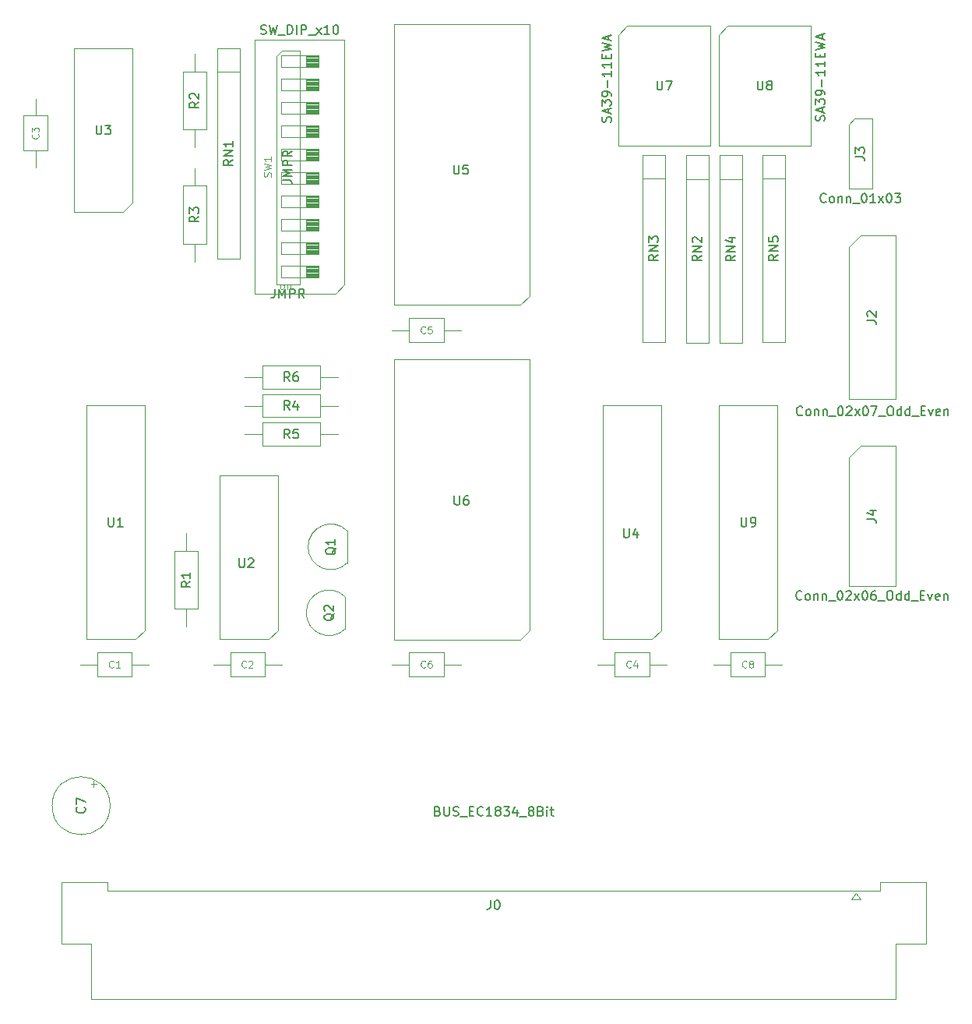
<source format=gbr>
%TF.GenerationSoftware,KiCad,Pcbnew,(5.1.12)-1*%
%TF.CreationDate,2022-05-27T21:16:08+02:00*%
%TF.ProjectId,ec1834-post,65633138-3334-42d7-906f-73742e6b6963,2b*%
%TF.SameCoordinates,Original*%
%TF.FileFunction,AssemblyDrawing,Top*%
%FSLAX46Y46*%
G04 Gerber Fmt 4.6, Leading zero omitted, Abs format (unit mm)*
G04 Created by KiCad (PCBNEW (5.1.12)-1) date 2022-05-27 21:16:08*
%MOMM*%
%LPD*%
G01*
G04 APERTURE LIST*
%ADD10C,0.100000*%
%ADD11C,0.150000*%
%ADD12C,0.114000*%
%ADD13C,0.120000*%
G04 APERTURE END LIST*
D10*
%TO.C,JMPR*%
X94107000Y-57354000D02*
X96012000Y-57354000D01*
X96012000Y-57354000D02*
X96012000Y-82754000D01*
X96012000Y-82754000D02*
X93472000Y-82754000D01*
X93472000Y-82754000D02*
X93472000Y-57989000D01*
X93472000Y-57989000D02*
X94107000Y-57354000D01*
%TO.C,U4*%
X135318500Y-120348500D02*
X134318500Y-121348500D01*
X135318500Y-95948500D02*
X135318500Y-120348500D01*
X128968500Y-95948500D02*
X135318500Y-95948500D01*
X128968500Y-121348500D02*
X128968500Y-95948500D01*
X134318500Y-121348500D02*
X128968500Y-121348500D01*
%TO.C,RN5*%
X148824000Y-68712400D02*
X146324000Y-68712400D01*
X146324000Y-68712400D02*
X146324000Y-89072400D01*
X146324000Y-89072400D02*
X148824000Y-89072400D01*
X148824000Y-89072400D02*
X148824000Y-68712400D01*
X148824000Y-71272400D02*
X146324000Y-71272400D01*
%TO.C,RN4*%
X144150400Y-68763200D02*
X141650400Y-68763200D01*
X141650400Y-68763200D02*
X141650400Y-89123200D01*
X141650400Y-89123200D02*
X144150400Y-89123200D01*
X144150400Y-89123200D02*
X144150400Y-68763200D01*
X144150400Y-71323200D02*
X141650400Y-71323200D01*
%TO.C,RN3*%
X135768400Y-68712400D02*
X133268400Y-68712400D01*
X133268400Y-68712400D02*
X133268400Y-89072400D01*
X133268400Y-89072400D02*
X135768400Y-89072400D01*
X135768400Y-89072400D02*
X135768400Y-68712400D01*
X135768400Y-71272400D02*
X133268400Y-71272400D01*
%TO.C,RN2*%
X140492800Y-68763200D02*
X137992800Y-68763200D01*
X137992800Y-68763200D02*
X137992800Y-89123200D01*
X137992800Y-89123200D02*
X140492800Y-89123200D01*
X140492800Y-89123200D02*
X140492800Y-68763200D01*
X140492800Y-71323200D02*
X137992800Y-71323200D01*
%TO.C,RN1*%
X89545480Y-57114760D02*
X87045480Y-57114760D01*
X87045480Y-57114760D02*
X87045480Y-80014760D01*
X87045480Y-80014760D02*
X89545480Y-80014760D01*
X89545480Y-80014760D02*
X89545480Y-57114760D01*
X89545480Y-59674760D02*
X87045480Y-59674760D01*
%TO.C,R6*%
X91947600Y-91612400D02*
X91947600Y-94112400D01*
X91947600Y-94112400D02*
X98247600Y-94112400D01*
X98247600Y-94112400D02*
X98247600Y-91612400D01*
X98247600Y-91612400D02*
X91947600Y-91612400D01*
X90017600Y-92862400D02*
X91947600Y-92862400D01*
X100177600Y-92862400D02*
X98247600Y-92862400D01*
%TO.C,R5*%
X98247600Y-100310000D02*
X98247600Y-97810000D01*
X98247600Y-97810000D02*
X91947600Y-97810000D01*
X91947600Y-97810000D02*
X91947600Y-100310000D01*
X91947600Y-100310000D02*
X98247600Y-100310000D01*
X100177600Y-99060000D02*
X98247600Y-99060000D01*
X90017600Y-99060000D02*
X91947600Y-99060000D01*
%TO.C,R4*%
X98247600Y-97211200D02*
X98247600Y-94711200D01*
X98247600Y-94711200D02*
X91947600Y-94711200D01*
X91947600Y-94711200D02*
X91947600Y-97211200D01*
X91947600Y-97211200D02*
X98247600Y-97211200D01*
X100177600Y-95961200D02*
X98247600Y-95961200D01*
X90017600Y-95961200D02*
X91947600Y-95961200D01*
%TO.C,R3*%
X83357400Y-78374640D02*
X85857400Y-78374640D01*
X85857400Y-78374640D02*
X85857400Y-72074640D01*
X85857400Y-72074640D02*
X83357400Y-72074640D01*
X83357400Y-72074640D02*
X83357400Y-78374640D01*
X84607400Y-80304640D02*
X84607400Y-78374640D01*
X84607400Y-70144640D02*
X84607400Y-72074640D01*
%TO.C,R2*%
X83357400Y-65974360D02*
X85857400Y-65974360D01*
X85857400Y-65974360D02*
X85857400Y-59674360D01*
X85857400Y-59674360D02*
X83357400Y-59674360D01*
X83357400Y-59674360D02*
X83357400Y-65974360D01*
X84607400Y-67904360D02*
X84607400Y-65974360D01*
X84607400Y-57744360D02*
X84607400Y-59674360D01*
%TO.C,R1*%
X84932840Y-111739280D02*
X82432840Y-111739280D01*
X82432840Y-111739280D02*
X82432840Y-118039280D01*
X82432840Y-118039280D02*
X84932840Y-118039280D01*
X84932840Y-118039280D02*
X84932840Y-111739280D01*
X83682840Y-109809280D02*
X83682840Y-111739280D01*
X83682840Y-119969280D02*
X83682840Y-118039280D01*
%TO.C,Q2*%
X100966025Y-120219225D02*
G75*
G02*
X96732400Y-118465600I-1753625J1753625D01*
G01*
X100966025Y-116711975D02*
G75*
G03*
X96732400Y-118465600I-1753625J-1753625D01*
G01*
X100962400Y-120235600D02*
X100962400Y-116735600D01*
%TO.C,Q1*%
X101169225Y-113056425D02*
G75*
G02*
X96935600Y-111302800I-1753625J1753625D01*
G01*
X101169225Y-109549175D02*
G75*
G03*
X96935600Y-111302800I-1753625J-1753625D01*
G01*
X101165600Y-113072800D02*
X101165600Y-109572800D01*
%TO.C,J0*%
X160844000Y-160441000D02*
X160844000Y-154441000D01*
X160844000Y-154441000D02*
X164094000Y-154441000D01*
X164094000Y-154441000D02*
X164094000Y-147701000D01*
X164094000Y-147701000D02*
X159094000Y-147701000D01*
X159094000Y-147701000D02*
X159094000Y-148701000D01*
X159094000Y-148701000D02*
X75094000Y-148701000D01*
X75094000Y-148701000D02*
X75094000Y-147701000D01*
X75094000Y-147701000D02*
X70094000Y-147701000D01*
X70094000Y-147701000D02*
X70094000Y-154441000D01*
X70094000Y-154441000D02*
X73344000Y-154441000D01*
X73344000Y-154441000D02*
X73344000Y-160441000D01*
X73344000Y-160441000D02*
X160844000Y-160441000D01*
X156464000Y-148901000D02*
X156964000Y-149601000D01*
X156964000Y-149601000D02*
X155964000Y-149601000D01*
X155964000Y-149601000D02*
X156464000Y-148901000D01*
%TO.C,U3*%
X76851000Y-74930000D02*
X71501000Y-74930000D01*
X71501000Y-74930000D02*
X71501000Y-57150000D01*
X71501000Y-57150000D02*
X77851000Y-57150000D01*
X77851000Y-57150000D02*
X77851000Y-73930000D01*
X77851000Y-73930000D02*
X76851000Y-74930000D01*
%TO.C,U5*%
X121030000Y-84026500D02*
X120030000Y-85026500D01*
X121030000Y-54546500D02*
X121030000Y-84026500D01*
X106300000Y-54546500D02*
X121030000Y-54546500D01*
X106300000Y-85026500D02*
X106300000Y-54546500D01*
X120030000Y-85026500D02*
X106300000Y-85026500D01*
%TO.C,C4*%
X130247000Y-122779000D02*
X130247000Y-125379000D01*
X130247000Y-125379000D02*
X134047000Y-125379000D01*
X134047000Y-125379000D02*
X134047000Y-122779000D01*
X134047000Y-122779000D02*
X130247000Y-122779000D01*
X128397000Y-124079000D02*
X130247000Y-124079000D01*
X135897000Y-124079000D02*
X134047000Y-124079000D01*
%TO.C,U9*%
X147960000Y-120348500D02*
X146960000Y-121348500D01*
X147960000Y-95948500D02*
X147960000Y-120348500D01*
X141610000Y-95948500D02*
X147960000Y-95948500D01*
X141610000Y-121348500D02*
X141610000Y-95948500D01*
X146960000Y-121348500D02*
X141610000Y-121348500D01*
%TO.C,C8*%
X148470000Y-124079000D02*
X146620000Y-124079000D01*
X140970000Y-124079000D02*
X142820000Y-124079000D01*
X146620000Y-122779000D02*
X142820000Y-122779000D01*
X146620000Y-125379000D02*
X146620000Y-122779000D01*
X142820000Y-125379000D02*
X146620000Y-125379000D01*
X142820000Y-122779000D02*
X142820000Y-125379000D01*
%TO.C,C7*%
X73951500Y-137047028D02*
X73321500Y-137047028D01*
X73636500Y-136732028D02*
X73636500Y-137362028D01*
X75413000Y-139426000D02*
G75*
G03*
X75413000Y-139426000I-3150000J0D01*
G01*
%TO.C,C6*%
X107895000Y-122779000D02*
X107895000Y-125379000D01*
X107895000Y-125379000D02*
X111695000Y-125379000D01*
X111695000Y-125379000D02*
X111695000Y-122779000D01*
X111695000Y-122779000D02*
X107895000Y-122779000D01*
X106045000Y-124079000D02*
X107895000Y-124079000D01*
X113545000Y-124079000D02*
X111695000Y-124079000D01*
%TO.C,C5*%
X107895000Y-86457000D02*
X107895000Y-89057000D01*
X107895000Y-89057000D02*
X111695000Y-89057000D01*
X111695000Y-89057000D02*
X111695000Y-86457000D01*
X111695000Y-86457000D02*
X107895000Y-86457000D01*
X106045000Y-87757000D02*
X107895000Y-87757000D01*
X113545000Y-87757000D02*
X111695000Y-87757000D01*
%TO.C,J4*%
X156972000Y-100330000D02*
X160782000Y-100330000D01*
X160782000Y-100330000D02*
X160782000Y-115570000D01*
X160782000Y-115570000D02*
X155702000Y-115570000D01*
X155702000Y-115570000D02*
X155702000Y-101600000D01*
X155702000Y-101600000D02*
X156972000Y-100330000D01*
%TO.C,J3*%
X156337000Y-64770000D02*
X158242000Y-64770000D01*
X158242000Y-64770000D02*
X158242000Y-72390000D01*
X158242000Y-72390000D02*
X155702000Y-72390000D01*
X155702000Y-72390000D02*
X155702000Y-65405000D01*
X155702000Y-65405000D02*
X156337000Y-64770000D01*
%TO.C,J2*%
X156972000Y-77470000D02*
X160782000Y-77470000D01*
X160782000Y-77470000D02*
X160782000Y-95250000D01*
X160782000Y-95250000D02*
X155702000Y-95250000D01*
X155702000Y-95250000D02*
X155702000Y-78740000D01*
X155702000Y-78740000D02*
X156972000Y-77470000D01*
%TO.C,U8*%
X151558000Y-54714000D02*
X151558000Y-67714000D01*
X151558000Y-67714000D02*
X141558000Y-67714000D01*
X141558000Y-67714000D02*
X141558000Y-55714000D01*
X141558000Y-55714000D02*
X142558000Y-54714000D01*
X142558000Y-54714000D02*
X151558000Y-54714000D01*
%TO.C,U7*%
X140636000Y-54714000D02*
X140636000Y-67714000D01*
X140636000Y-67714000D02*
X130636000Y-67714000D01*
X130636000Y-67714000D02*
X130636000Y-55714000D01*
X130636000Y-55714000D02*
X131636000Y-54714000D01*
X131636000Y-54714000D02*
X140636000Y-54714000D01*
%TO.C,U6*%
X121030000Y-120412000D02*
X120030000Y-121412000D01*
X121030000Y-90932000D02*
X121030000Y-120412000D01*
X106300000Y-90932000D02*
X121030000Y-90932000D01*
X106300000Y-121412000D02*
X106300000Y-90932000D01*
X120030000Y-121412000D02*
X106300000Y-121412000D01*
%TO.C,U2*%
X93637100Y-120348500D02*
X92637100Y-121348500D01*
X93637100Y-103568500D02*
X93637100Y-120348500D01*
X87287100Y-103568500D02*
X93637100Y-103568500D01*
X87287100Y-121348500D02*
X87287100Y-103568500D01*
X92637100Y-121348500D02*
X87287100Y-121348500D01*
%TO.C,U1*%
X79159100Y-120348500D02*
X78159100Y-121348500D01*
X79159100Y-95948500D02*
X79159100Y-120348500D01*
X72809100Y-95948500D02*
X79159100Y-95948500D01*
X72809100Y-121348500D02*
X72809100Y-95948500D01*
X78159100Y-121348500D02*
X72809100Y-121348500D01*
%TO.C,SW1*%
X96688667Y-59209000D02*
X96688667Y-57939000D01*
X98042000Y-58009000D02*
X96688667Y-58009000D01*
X98042000Y-58109000D02*
X96688667Y-58109000D01*
X98042000Y-58209000D02*
X96688667Y-58209000D01*
X98042000Y-58309000D02*
X96688667Y-58309000D01*
X98042000Y-58409000D02*
X96688667Y-58409000D01*
X98042000Y-58509000D02*
X96688667Y-58509000D01*
X98042000Y-58609000D02*
X96688667Y-58609000D01*
X98042000Y-58709000D02*
X96688667Y-58709000D01*
X98042000Y-58809000D02*
X96688667Y-58809000D01*
X98042000Y-58909000D02*
X96688667Y-58909000D01*
X98042000Y-59009000D02*
X96688667Y-59009000D01*
X98042000Y-59109000D02*
X96688667Y-59109000D01*
X93982000Y-59209000D02*
X98042000Y-59209000D01*
X93982000Y-57939000D02*
X93982000Y-59209000D01*
X98042000Y-57939000D02*
X93982000Y-57939000D01*
X98042000Y-59209000D02*
X98042000Y-57939000D01*
X96688667Y-61749000D02*
X96688667Y-60479000D01*
X98042000Y-60549000D02*
X96688667Y-60549000D01*
X98042000Y-60649000D02*
X96688667Y-60649000D01*
X98042000Y-60749000D02*
X96688667Y-60749000D01*
X98042000Y-60849000D02*
X96688667Y-60849000D01*
X98042000Y-60949000D02*
X96688667Y-60949000D01*
X98042000Y-61049000D02*
X96688667Y-61049000D01*
X98042000Y-61149000D02*
X96688667Y-61149000D01*
X98042000Y-61249000D02*
X96688667Y-61249000D01*
X98042000Y-61349000D02*
X96688667Y-61349000D01*
X98042000Y-61449000D02*
X96688667Y-61449000D01*
X98042000Y-61549000D02*
X96688667Y-61549000D01*
X98042000Y-61649000D02*
X96688667Y-61649000D01*
X93982000Y-61749000D02*
X98042000Y-61749000D01*
X93982000Y-60479000D02*
X93982000Y-61749000D01*
X98042000Y-60479000D02*
X93982000Y-60479000D01*
X98042000Y-61749000D02*
X98042000Y-60479000D01*
X96688667Y-64289000D02*
X96688667Y-63019000D01*
X98042000Y-63089000D02*
X96688667Y-63089000D01*
X98042000Y-63189000D02*
X96688667Y-63189000D01*
X98042000Y-63289000D02*
X96688667Y-63289000D01*
X98042000Y-63389000D02*
X96688667Y-63389000D01*
X98042000Y-63489000D02*
X96688667Y-63489000D01*
X98042000Y-63589000D02*
X96688667Y-63589000D01*
X98042000Y-63689000D02*
X96688667Y-63689000D01*
X98042000Y-63789000D02*
X96688667Y-63789000D01*
X98042000Y-63889000D02*
X96688667Y-63889000D01*
X98042000Y-63989000D02*
X96688667Y-63989000D01*
X98042000Y-64089000D02*
X96688667Y-64089000D01*
X98042000Y-64189000D02*
X96688667Y-64189000D01*
X93982000Y-64289000D02*
X98042000Y-64289000D01*
X93982000Y-63019000D02*
X93982000Y-64289000D01*
X98042000Y-63019000D02*
X93982000Y-63019000D01*
X98042000Y-64289000D02*
X98042000Y-63019000D01*
X96688667Y-66829000D02*
X96688667Y-65559000D01*
X98042000Y-65629000D02*
X96688667Y-65629000D01*
X98042000Y-65729000D02*
X96688667Y-65729000D01*
X98042000Y-65829000D02*
X96688667Y-65829000D01*
X98042000Y-65929000D02*
X96688667Y-65929000D01*
X98042000Y-66029000D02*
X96688667Y-66029000D01*
X98042000Y-66129000D02*
X96688667Y-66129000D01*
X98042000Y-66229000D02*
X96688667Y-66229000D01*
X98042000Y-66329000D02*
X96688667Y-66329000D01*
X98042000Y-66429000D02*
X96688667Y-66429000D01*
X98042000Y-66529000D02*
X96688667Y-66529000D01*
X98042000Y-66629000D02*
X96688667Y-66629000D01*
X98042000Y-66729000D02*
X96688667Y-66729000D01*
X93982000Y-66829000D02*
X98042000Y-66829000D01*
X93982000Y-65559000D02*
X93982000Y-66829000D01*
X98042000Y-65559000D02*
X93982000Y-65559000D01*
X98042000Y-66829000D02*
X98042000Y-65559000D01*
X96688667Y-69369000D02*
X96688667Y-68099000D01*
X98042000Y-68169000D02*
X96688667Y-68169000D01*
X98042000Y-68269000D02*
X96688667Y-68269000D01*
X98042000Y-68369000D02*
X96688667Y-68369000D01*
X98042000Y-68469000D02*
X96688667Y-68469000D01*
X98042000Y-68569000D02*
X96688667Y-68569000D01*
X98042000Y-68669000D02*
X96688667Y-68669000D01*
X98042000Y-68769000D02*
X96688667Y-68769000D01*
X98042000Y-68869000D02*
X96688667Y-68869000D01*
X98042000Y-68969000D02*
X96688667Y-68969000D01*
X98042000Y-69069000D02*
X96688667Y-69069000D01*
X98042000Y-69169000D02*
X96688667Y-69169000D01*
X98042000Y-69269000D02*
X96688667Y-69269000D01*
X93982000Y-69369000D02*
X98042000Y-69369000D01*
X93982000Y-68099000D02*
X93982000Y-69369000D01*
X98042000Y-68099000D02*
X93982000Y-68099000D01*
X98042000Y-69369000D02*
X98042000Y-68099000D01*
X96688667Y-71909000D02*
X96688667Y-70639000D01*
X98042000Y-70709000D02*
X96688667Y-70709000D01*
X98042000Y-70809000D02*
X96688667Y-70809000D01*
X98042000Y-70909000D02*
X96688667Y-70909000D01*
X98042000Y-71009000D02*
X96688667Y-71009000D01*
X98042000Y-71109000D02*
X96688667Y-71109000D01*
X98042000Y-71209000D02*
X96688667Y-71209000D01*
X98042000Y-71309000D02*
X96688667Y-71309000D01*
X98042000Y-71409000D02*
X96688667Y-71409000D01*
X98042000Y-71509000D02*
X96688667Y-71509000D01*
X98042000Y-71609000D02*
X96688667Y-71609000D01*
X98042000Y-71709000D02*
X96688667Y-71709000D01*
X98042000Y-71809000D02*
X96688667Y-71809000D01*
X93982000Y-71909000D02*
X98042000Y-71909000D01*
X93982000Y-70639000D02*
X93982000Y-71909000D01*
X98042000Y-70639000D02*
X93982000Y-70639000D01*
X98042000Y-71909000D02*
X98042000Y-70639000D01*
X96688667Y-74449000D02*
X96688667Y-73179000D01*
X98042000Y-73249000D02*
X96688667Y-73249000D01*
X98042000Y-73349000D02*
X96688667Y-73349000D01*
X98042000Y-73449000D02*
X96688667Y-73449000D01*
X98042000Y-73549000D02*
X96688667Y-73549000D01*
X98042000Y-73649000D02*
X96688667Y-73649000D01*
X98042000Y-73749000D02*
X96688667Y-73749000D01*
X98042000Y-73849000D02*
X96688667Y-73849000D01*
X98042000Y-73949000D02*
X96688667Y-73949000D01*
X98042000Y-74049000D02*
X96688667Y-74049000D01*
X98042000Y-74149000D02*
X96688667Y-74149000D01*
X98042000Y-74249000D02*
X96688667Y-74249000D01*
X98042000Y-74349000D02*
X96688667Y-74349000D01*
X93982000Y-74449000D02*
X98042000Y-74449000D01*
X93982000Y-73179000D02*
X93982000Y-74449000D01*
X98042000Y-73179000D02*
X93982000Y-73179000D01*
X98042000Y-74449000D02*
X98042000Y-73179000D01*
X96688667Y-76989000D02*
X96688667Y-75719000D01*
X98042000Y-75789000D02*
X96688667Y-75789000D01*
X98042000Y-75889000D02*
X96688667Y-75889000D01*
X98042000Y-75989000D02*
X96688667Y-75989000D01*
X98042000Y-76089000D02*
X96688667Y-76089000D01*
X98042000Y-76189000D02*
X96688667Y-76189000D01*
X98042000Y-76289000D02*
X96688667Y-76289000D01*
X98042000Y-76389000D02*
X96688667Y-76389000D01*
X98042000Y-76489000D02*
X96688667Y-76489000D01*
X98042000Y-76589000D02*
X96688667Y-76589000D01*
X98042000Y-76689000D02*
X96688667Y-76689000D01*
X98042000Y-76789000D02*
X96688667Y-76789000D01*
X98042000Y-76889000D02*
X96688667Y-76889000D01*
X93982000Y-76989000D02*
X98042000Y-76989000D01*
X93982000Y-75719000D02*
X93982000Y-76989000D01*
X98042000Y-75719000D02*
X93982000Y-75719000D01*
X98042000Y-76989000D02*
X98042000Y-75719000D01*
X96688667Y-79529000D02*
X96688667Y-78259000D01*
X98042000Y-78329000D02*
X96688667Y-78329000D01*
X98042000Y-78429000D02*
X96688667Y-78429000D01*
X98042000Y-78529000D02*
X96688667Y-78529000D01*
X98042000Y-78629000D02*
X96688667Y-78629000D01*
X98042000Y-78729000D02*
X96688667Y-78729000D01*
X98042000Y-78829000D02*
X96688667Y-78829000D01*
X98042000Y-78929000D02*
X96688667Y-78929000D01*
X98042000Y-79029000D02*
X96688667Y-79029000D01*
X98042000Y-79129000D02*
X96688667Y-79129000D01*
X98042000Y-79229000D02*
X96688667Y-79229000D01*
X98042000Y-79329000D02*
X96688667Y-79329000D01*
X98042000Y-79429000D02*
X96688667Y-79429000D01*
X93982000Y-79529000D02*
X98042000Y-79529000D01*
X93982000Y-78259000D02*
X93982000Y-79529000D01*
X98042000Y-78259000D02*
X93982000Y-78259000D01*
X98042000Y-79529000D02*
X98042000Y-78259000D01*
X96688667Y-82069000D02*
X96688667Y-80799000D01*
X98042000Y-80869000D02*
X96688667Y-80869000D01*
X98042000Y-80969000D02*
X96688667Y-80969000D01*
X98042000Y-81069000D02*
X96688667Y-81069000D01*
X98042000Y-81169000D02*
X96688667Y-81169000D01*
X98042000Y-81269000D02*
X96688667Y-81269000D01*
X98042000Y-81369000D02*
X96688667Y-81369000D01*
X98042000Y-81469000D02*
X96688667Y-81469000D01*
X98042000Y-81569000D02*
X96688667Y-81569000D01*
X98042000Y-81669000D02*
X96688667Y-81669000D01*
X98042000Y-81769000D02*
X96688667Y-81769000D01*
X98042000Y-81869000D02*
X96688667Y-81869000D01*
X98042000Y-81969000D02*
X96688667Y-81969000D01*
X93982000Y-82069000D02*
X98042000Y-82069000D01*
X93982000Y-80799000D02*
X93982000Y-82069000D01*
X98042000Y-80799000D02*
X93982000Y-80799000D01*
X98042000Y-82069000D02*
X98042000Y-80799000D01*
X100902000Y-82794000D02*
X99902000Y-83794000D01*
X100902000Y-56214000D02*
X100902000Y-82794000D01*
X91122000Y-56214000D02*
X100902000Y-56214000D01*
X91122000Y-83794000D02*
X91122000Y-56214000D01*
X99902000Y-83794000D02*
X91122000Y-83794000D01*
%TO.C,C3*%
X67310000Y-62604000D02*
X67310000Y-64454000D01*
X67310000Y-70104000D02*
X67310000Y-68254000D01*
X66010000Y-64454000D02*
X66010000Y-68254000D01*
X68610000Y-64454000D02*
X66010000Y-64454000D01*
X68610000Y-68254000D02*
X68610000Y-64454000D01*
X66010000Y-68254000D02*
X68610000Y-68254000D01*
%TO.C,C2*%
X94122100Y-124079000D02*
X92272100Y-124079000D01*
X86622100Y-124079000D02*
X88472100Y-124079000D01*
X92272100Y-122779000D02*
X88472100Y-122779000D01*
X92272100Y-125379000D02*
X92272100Y-122779000D01*
X88472100Y-125379000D02*
X92272100Y-125379000D01*
X88472100Y-122779000D02*
X88472100Y-125379000D01*
%TO.C,C1*%
X79644100Y-124079000D02*
X77794100Y-124079000D01*
X72144100Y-124079000D02*
X73994100Y-124079000D01*
X77794100Y-122779000D02*
X73994100Y-122779000D01*
X77794100Y-125379000D02*
X77794100Y-122779000D01*
X73994100Y-125379000D02*
X77794100Y-125379000D01*
X73994100Y-122779000D02*
X73994100Y-125379000D01*
%TD*%
%TO.C,JMPR*%
D11*
X93313428Y-83266380D02*
X93313428Y-83980666D01*
X93265809Y-84123523D01*
X93170571Y-84218761D01*
X93027714Y-84266380D01*
X92932476Y-84266380D01*
X93789619Y-84266380D02*
X93789619Y-83266380D01*
X94122952Y-83980666D01*
X94456285Y-83266380D01*
X94456285Y-84266380D01*
X94932476Y-84266380D02*
X94932476Y-83266380D01*
X95313428Y-83266380D01*
X95408666Y-83314000D01*
X95456285Y-83361619D01*
X95503904Y-83456857D01*
X95503904Y-83599714D01*
X95456285Y-83694952D01*
X95408666Y-83742571D01*
X95313428Y-83790190D01*
X94932476Y-83790190D01*
X96503904Y-84266380D02*
X96170571Y-83790190D01*
X95932476Y-84266380D02*
X95932476Y-83266380D01*
X96313428Y-83266380D01*
X96408666Y-83314000D01*
X96456285Y-83361619D01*
X96503904Y-83456857D01*
X96503904Y-83599714D01*
X96456285Y-83694952D01*
X96408666Y-83742571D01*
X96313428Y-83790190D01*
X95932476Y-83790190D01*
X94194380Y-71482571D02*
X94908666Y-71482571D01*
X95051523Y-71530190D01*
X95146761Y-71625428D01*
X95194380Y-71768285D01*
X95194380Y-71863523D01*
X95194380Y-71006380D02*
X94194380Y-71006380D01*
X94908666Y-70673047D01*
X94194380Y-70339714D01*
X95194380Y-70339714D01*
X95194380Y-69863523D02*
X94194380Y-69863523D01*
X94194380Y-69482571D01*
X94242000Y-69387333D01*
X94289619Y-69339714D01*
X94384857Y-69292095D01*
X94527714Y-69292095D01*
X94622952Y-69339714D01*
X94670571Y-69387333D01*
X94718190Y-69482571D01*
X94718190Y-69863523D01*
X95194380Y-68292095D02*
X94718190Y-68625428D01*
X95194380Y-68863523D02*
X94194380Y-68863523D01*
X94194380Y-68482571D01*
X94242000Y-68387333D01*
X94289619Y-68339714D01*
X94384857Y-68292095D01*
X94527714Y-68292095D01*
X94622952Y-68339714D01*
X94670571Y-68387333D01*
X94718190Y-68482571D01*
X94718190Y-68863523D01*
%TO.C,U4*%
X131254595Y-109307380D02*
X131254595Y-110116904D01*
X131302214Y-110212142D01*
X131349833Y-110259761D01*
X131445071Y-110307380D01*
X131635547Y-110307380D01*
X131730785Y-110259761D01*
X131778404Y-110212142D01*
X131826023Y-110116904D01*
X131826023Y-109307380D01*
X132730785Y-109640714D02*
X132730785Y-110307380D01*
X132492690Y-109259761D02*
X132254595Y-109974047D01*
X132873642Y-109974047D01*
%TO.C,RN5*%
X148026380Y-79582876D02*
X147550190Y-79916209D01*
X148026380Y-80154304D02*
X147026380Y-80154304D01*
X147026380Y-79773352D01*
X147074000Y-79678114D01*
X147121619Y-79630495D01*
X147216857Y-79582876D01*
X147359714Y-79582876D01*
X147454952Y-79630495D01*
X147502571Y-79678114D01*
X147550190Y-79773352D01*
X147550190Y-80154304D01*
X148026380Y-79154304D02*
X147026380Y-79154304D01*
X148026380Y-78582876D01*
X147026380Y-78582876D01*
X147026380Y-77630495D02*
X147026380Y-78106685D01*
X147502571Y-78154304D01*
X147454952Y-78106685D01*
X147407333Y-78011447D01*
X147407333Y-77773352D01*
X147454952Y-77678114D01*
X147502571Y-77630495D01*
X147597809Y-77582876D01*
X147835904Y-77582876D01*
X147931142Y-77630495D01*
X147978761Y-77678114D01*
X148026380Y-77773352D01*
X148026380Y-78011447D01*
X147978761Y-78106685D01*
X147931142Y-78154304D01*
%TO.C,RN4*%
X143352780Y-79633676D02*
X142876590Y-79967009D01*
X143352780Y-80205104D02*
X142352780Y-80205104D01*
X142352780Y-79824152D01*
X142400400Y-79728914D01*
X142448019Y-79681295D01*
X142543257Y-79633676D01*
X142686114Y-79633676D01*
X142781352Y-79681295D01*
X142828971Y-79728914D01*
X142876590Y-79824152D01*
X142876590Y-80205104D01*
X143352780Y-79205104D02*
X142352780Y-79205104D01*
X143352780Y-78633676D01*
X142352780Y-78633676D01*
X142686114Y-77728914D02*
X143352780Y-77728914D01*
X142305161Y-77967009D02*
X143019447Y-78205104D01*
X143019447Y-77586057D01*
%TO.C,RN3*%
X134970780Y-79582876D02*
X134494590Y-79916209D01*
X134970780Y-80154304D02*
X133970780Y-80154304D01*
X133970780Y-79773352D01*
X134018400Y-79678114D01*
X134066019Y-79630495D01*
X134161257Y-79582876D01*
X134304114Y-79582876D01*
X134399352Y-79630495D01*
X134446971Y-79678114D01*
X134494590Y-79773352D01*
X134494590Y-80154304D01*
X134970780Y-79154304D02*
X133970780Y-79154304D01*
X134970780Y-78582876D01*
X133970780Y-78582876D01*
X133970780Y-78201923D02*
X133970780Y-77582876D01*
X134351733Y-77916209D01*
X134351733Y-77773352D01*
X134399352Y-77678114D01*
X134446971Y-77630495D01*
X134542209Y-77582876D01*
X134780304Y-77582876D01*
X134875542Y-77630495D01*
X134923161Y-77678114D01*
X134970780Y-77773352D01*
X134970780Y-78059066D01*
X134923161Y-78154304D01*
X134875542Y-78201923D01*
%TO.C,RN2*%
X139695180Y-79633676D02*
X139218990Y-79967009D01*
X139695180Y-80205104D02*
X138695180Y-80205104D01*
X138695180Y-79824152D01*
X138742800Y-79728914D01*
X138790419Y-79681295D01*
X138885657Y-79633676D01*
X139028514Y-79633676D01*
X139123752Y-79681295D01*
X139171371Y-79728914D01*
X139218990Y-79824152D01*
X139218990Y-80205104D01*
X139695180Y-79205104D02*
X138695180Y-79205104D01*
X139695180Y-78633676D01*
X138695180Y-78633676D01*
X138790419Y-78205104D02*
X138742800Y-78157485D01*
X138695180Y-78062247D01*
X138695180Y-77824152D01*
X138742800Y-77728914D01*
X138790419Y-77681295D01*
X138885657Y-77633676D01*
X138980895Y-77633676D01*
X139123752Y-77681295D01*
X139695180Y-78252723D01*
X139695180Y-77633676D01*
%TO.C,RN1*%
X88747860Y-69255236D02*
X88271670Y-69588569D01*
X88747860Y-69826664D02*
X87747860Y-69826664D01*
X87747860Y-69445712D01*
X87795480Y-69350474D01*
X87843099Y-69302855D01*
X87938337Y-69255236D01*
X88081194Y-69255236D01*
X88176432Y-69302855D01*
X88224051Y-69350474D01*
X88271670Y-69445712D01*
X88271670Y-69826664D01*
X88747860Y-68826664D02*
X87747860Y-68826664D01*
X88747860Y-68255236D01*
X87747860Y-68255236D01*
X88747860Y-67255236D02*
X88747860Y-67826664D01*
X88747860Y-67540950D02*
X87747860Y-67540950D01*
X87890718Y-67636188D01*
X87985956Y-67731426D01*
X88033575Y-67826664D01*
%TO.C,R6*%
X94930933Y-93314780D02*
X94597600Y-92838590D01*
X94359504Y-93314780D02*
X94359504Y-92314780D01*
X94740457Y-92314780D01*
X94835695Y-92362400D01*
X94883314Y-92410019D01*
X94930933Y-92505257D01*
X94930933Y-92648114D01*
X94883314Y-92743352D01*
X94835695Y-92790971D01*
X94740457Y-92838590D01*
X94359504Y-92838590D01*
X95788076Y-92314780D02*
X95597600Y-92314780D01*
X95502361Y-92362400D01*
X95454742Y-92410019D01*
X95359504Y-92552876D01*
X95311885Y-92743352D01*
X95311885Y-93124304D01*
X95359504Y-93219542D01*
X95407123Y-93267161D01*
X95502361Y-93314780D01*
X95692838Y-93314780D01*
X95788076Y-93267161D01*
X95835695Y-93219542D01*
X95883314Y-93124304D01*
X95883314Y-92886209D01*
X95835695Y-92790971D01*
X95788076Y-92743352D01*
X95692838Y-92695733D01*
X95502361Y-92695733D01*
X95407123Y-92743352D01*
X95359504Y-92790971D01*
X95311885Y-92886209D01*
%TO.C,R5*%
X94930933Y-99512380D02*
X94597600Y-99036190D01*
X94359504Y-99512380D02*
X94359504Y-98512380D01*
X94740457Y-98512380D01*
X94835695Y-98560000D01*
X94883314Y-98607619D01*
X94930933Y-98702857D01*
X94930933Y-98845714D01*
X94883314Y-98940952D01*
X94835695Y-98988571D01*
X94740457Y-99036190D01*
X94359504Y-99036190D01*
X95835695Y-98512380D02*
X95359504Y-98512380D01*
X95311885Y-98988571D01*
X95359504Y-98940952D01*
X95454742Y-98893333D01*
X95692838Y-98893333D01*
X95788076Y-98940952D01*
X95835695Y-98988571D01*
X95883314Y-99083809D01*
X95883314Y-99321904D01*
X95835695Y-99417142D01*
X95788076Y-99464761D01*
X95692838Y-99512380D01*
X95454742Y-99512380D01*
X95359504Y-99464761D01*
X95311885Y-99417142D01*
%TO.C,R4*%
X94930933Y-96413580D02*
X94597600Y-95937390D01*
X94359504Y-96413580D02*
X94359504Y-95413580D01*
X94740457Y-95413580D01*
X94835695Y-95461200D01*
X94883314Y-95508819D01*
X94930933Y-95604057D01*
X94930933Y-95746914D01*
X94883314Y-95842152D01*
X94835695Y-95889771D01*
X94740457Y-95937390D01*
X94359504Y-95937390D01*
X95788076Y-95746914D02*
X95788076Y-96413580D01*
X95549980Y-95365961D02*
X95311885Y-96080247D01*
X95930933Y-96080247D01*
%TO.C,R3*%
X85059780Y-75391306D02*
X84583590Y-75724640D01*
X85059780Y-75962735D02*
X84059780Y-75962735D01*
X84059780Y-75581782D01*
X84107400Y-75486544D01*
X84155019Y-75438925D01*
X84250257Y-75391306D01*
X84393114Y-75391306D01*
X84488352Y-75438925D01*
X84535971Y-75486544D01*
X84583590Y-75581782D01*
X84583590Y-75962735D01*
X84059780Y-75057973D02*
X84059780Y-74438925D01*
X84440733Y-74772259D01*
X84440733Y-74629401D01*
X84488352Y-74534163D01*
X84535971Y-74486544D01*
X84631209Y-74438925D01*
X84869304Y-74438925D01*
X84964542Y-74486544D01*
X85012161Y-74534163D01*
X85059780Y-74629401D01*
X85059780Y-74915116D01*
X85012161Y-75010354D01*
X84964542Y-75057973D01*
%TO.C,R2*%
X85059780Y-62991026D02*
X84583590Y-63324360D01*
X85059780Y-63562455D02*
X84059780Y-63562455D01*
X84059780Y-63181502D01*
X84107400Y-63086264D01*
X84155019Y-63038645D01*
X84250257Y-62991026D01*
X84393114Y-62991026D01*
X84488352Y-63038645D01*
X84535971Y-63086264D01*
X84583590Y-63181502D01*
X84583590Y-63562455D01*
X84155019Y-62610074D02*
X84107400Y-62562455D01*
X84059780Y-62467217D01*
X84059780Y-62229121D01*
X84107400Y-62133883D01*
X84155019Y-62086264D01*
X84250257Y-62038645D01*
X84345495Y-62038645D01*
X84488352Y-62086264D01*
X85059780Y-62657693D01*
X85059780Y-62038645D01*
%TO.C,R1*%
X84135220Y-115055946D02*
X83659030Y-115389280D01*
X84135220Y-115627375D02*
X83135220Y-115627375D01*
X83135220Y-115246422D01*
X83182840Y-115151184D01*
X83230459Y-115103565D01*
X83325697Y-115055946D01*
X83468554Y-115055946D01*
X83563792Y-115103565D01*
X83611411Y-115151184D01*
X83659030Y-115246422D01*
X83659030Y-115627375D01*
X84135220Y-114103565D02*
X84135220Y-114674994D01*
X84135220Y-114389280D02*
X83135220Y-114389280D01*
X83278078Y-114484518D01*
X83373316Y-114579756D01*
X83420935Y-114674994D01*
%TO.C,Q2*%
X99760019Y-118560838D02*
X99712400Y-118656076D01*
X99617161Y-118751314D01*
X99474304Y-118894171D01*
X99426685Y-118989409D01*
X99426685Y-119084647D01*
X99664780Y-119037028D02*
X99617161Y-119132266D01*
X99521923Y-119227504D01*
X99331447Y-119275123D01*
X98998114Y-119275123D01*
X98807638Y-119227504D01*
X98712400Y-119132266D01*
X98664780Y-119037028D01*
X98664780Y-118846552D01*
X98712400Y-118751314D01*
X98807638Y-118656076D01*
X98998114Y-118608457D01*
X99331447Y-118608457D01*
X99521923Y-118656076D01*
X99617161Y-118751314D01*
X99664780Y-118846552D01*
X99664780Y-119037028D01*
X98760019Y-118227504D02*
X98712400Y-118179885D01*
X98664780Y-118084647D01*
X98664780Y-117846552D01*
X98712400Y-117751314D01*
X98760019Y-117703695D01*
X98855257Y-117656076D01*
X98950495Y-117656076D01*
X99093352Y-117703695D01*
X99664780Y-118275123D01*
X99664780Y-117656076D01*
%TO.C,Q1*%
X99963219Y-111398038D02*
X99915600Y-111493276D01*
X99820361Y-111588514D01*
X99677504Y-111731371D01*
X99629885Y-111826609D01*
X99629885Y-111921847D01*
X99867980Y-111874228D02*
X99820361Y-111969466D01*
X99725123Y-112064704D01*
X99534647Y-112112323D01*
X99201314Y-112112323D01*
X99010838Y-112064704D01*
X98915600Y-111969466D01*
X98867980Y-111874228D01*
X98867980Y-111683752D01*
X98915600Y-111588514D01*
X99010838Y-111493276D01*
X99201314Y-111445657D01*
X99534647Y-111445657D01*
X99725123Y-111493276D01*
X99820361Y-111588514D01*
X99867980Y-111683752D01*
X99867980Y-111874228D01*
X99867980Y-110493276D02*
X99867980Y-111064704D01*
X99867980Y-110778990D02*
X98867980Y-110778990D01*
X99010838Y-110874228D01*
X99106076Y-110969466D01*
X99153695Y-111064704D01*
%TO.C,J0*%
X111046380Y-140009571D02*
X111189238Y-140057190D01*
X111236857Y-140104809D01*
X111284476Y-140200047D01*
X111284476Y-140342904D01*
X111236857Y-140438142D01*
X111189238Y-140485761D01*
X111094000Y-140533380D01*
X110713047Y-140533380D01*
X110713047Y-139533380D01*
X111046380Y-139533380D01*
X111141619Y-139581000D01*
X111189238Y-139628619D01*
X111236857Y-139723857D01*
X111236857Y-139819095D01*
X111189238Y-139914333D01*
X111141619Y-139961952D01*
X111046380Y-140009571D01*
X110713047Y-140009571D01*
X111713047Y-139533380D02*
X111713047Y-140342904D01*
X111760666Y-140438142D01*
X111808285Y-140485761D01*
X111903523Y-140533380D01*
X112094000Y-140533380D01*
X112189238Y-140485761D01*
X112236857Y-140438142D01*
X112284476Y-140342904D01*
X112284476Y-139533380D01*
X112713047Y-140485761D02*
X112855904Y-140533380D01*
X113094000Y-140533380D01*
X113189238Y-140485761D01*
X113236857Y-140438142D01*
X113284476Y-140342904D01*
X113284476Y-140247666D01*
X113236857Y-140152428D01*
X113189238Y-140104809D01*
X113094000Y-140057190D01*
X112903523Y-140009571D01*
X112808285Y-139961952D01*
X112760666Y-139914333D01*
X112713047Y-139819095D01*
X112713047Y-139723857D01*
X112760666Y-139628619D01*
X112808285Y-139581000D01*
X112903523Y-139533380D01*
X113141619Y-139533380D01*
X113284476Y-139581000D01*
X113474952Y-140628619D02*
X114236857Y-140628619D01*
X114474952Y-140009571D02*
X114808285Y-140009571D01*
X114951142Y-140533380D02*
X114474952Y-140533380D01*
X114474952Y-139533380D01*
X114951142Y-139533380D01*
X115951142Y-140438142D02*
X115903523Y-140485761D01*
X115760666Y-140533380D01*
X115665428Y-140533380D01*
X115522571Y-140485761D01*
X115427333Y-140390523D01*
X115379714Y-140295285D01*
X115332095Y-140104809D01*
X115332095Y-139961952D01*
X115379714Y-139771476D01*
X115427333Y-139676238D01*
X115522571Y-139581000D01*
X115665428Y-139533380D01*
X115760666Y-139533380D01*
X115903523Y-139581000D01*
X115951142Y-139628619D01*
X116903523Y-140533380D02*
X116332095Y-140533380D01*
X116617809Y-140533380D02*
X116617809Y-139533380D01*
X116522571Y-139676238D01*
X116427333Y-139771476D01*
X116332095Y-139819095D01*
X117474952Y-139961952D02*
X117379714Y-139914333D01*
X117332095Y-139866714D01*
X117284476Y-139771476D01*
X117284476Y-139723857D01*
X117332095Y-139628619D01*
X117379714Y-139581000D01*
X117474952Y-139533380D01*
X117665428Y-139533380D01*
X117760666Y-139581000D01*
X117808285Y-139628619D01*
X117855904Y-139723857D01*
X117855904Y-139771476D01*
X117808285Y-139866714D01*
X117760666Y-139914333D01*
X117665428Y-139961952D01*
X117474952Y-139961952D01*
X117379714Y-140009571D01*
X117332095Y-140057190D01*
X117284476Y-140152428D01*
X117284476Y-140342904D01*
X117332095Y-140438142D01*
X117379714Y-140485761D01*
X117474952Y-140533380D01*
X117665428Y-140533380D01*
X117760666Y-140485761D01*
X117808285Y-140438142D01*
X117855904Y-140342904D01*
X117855904Y-140152428D01*
X117808285Y-140057190D01*
X117760666Y-140009571D01*
X117665428Y-139961952D01*
X118189238Y-139533380D02*
X118808285Y-139533380D01*
X118474952Y-139914333D01*
X118617809Y-139914333D01*
X118713047Y-139961952D01*
X118760666Y-140009571D01*
X118808285Y-140104809D01*
X118808285Y-140342904D01*
X118760666Y-140438142D01*
X118713047Y-140485761D01*
X118617809Y-140533380D01*
X118332095Y-140533380D01*
X118236857Y-140485761D01*
X118189238Y-140438142D01*
X119665428Y-139866714D02*
X119665428Y-140533380D01*
X119427333Y-139485761D02*
X119189238Y-140200047D01*
X119808285Y-140200047D01*
X119951142Y-140628619D02*
X120713047Y-140628619D01*
X121094000Y-139961952D02*
X120998761Y-139914333D01*
X120951142Y-139866714D01*
X120903523Y-139771476D01*
X120903523Y-139723857D01*
X120951142Y-139628619D01*
X120998761Y-139581000D01*
X121094000Y-139533380D01*
X121284476Y-139533380D01*
X121379714Y-139581000D01*
X121427333Y-139628619D01*
X121474952Y-139723857D01*
X121474952Y-139771476D01*
X121427333Y-139866714D01*
X121379714Y-139914333D01*
X121284476Y-139961952D01*
X121094000Y-139961952D01*
X120998761Y-140009571D01*
X120951142Y-140057190D01*
X120903523Y-140152428D01*
X120903523Y-140342904D01*
X120951142Y-140438142D01*
X120998761Y-140485761D01*
X121094000Y-140533380D01*
X121284476Y-140533380D01*
X121379714Y-140485761D01*
X121427333Y-140438142D01*
X121474952Y-140342904D01*
X121474952Y-140152428D01*
X121427333Y-140057190D01*
X121379714Y-140009571D01*
X121284476Y-139961952D01*
X122236857Y-140009571D02*
X122379714Y-140057190D01*
X122427333Y-140104809D01*
X122474952Y-140200047D01*
X122474952Y-140342904D01*
X122427333Y-140438142D01*
X122379714Y-140485761D01*
X122284476Y-140533380D01*
X121903523Y-140533380D01*
X121903523Y-139533380D01*
X122236857Y-139533380D01*
X122332095Y-139581000D01*
X122379714Y-139628619D01*
X122427333Y-139723857D01*
X122427333Y-139819095D01*
X122379714Y-139914333D01*
X122332095Y-139961952D01*
X122236857Y-140009571D01*
X121903523Y-140009571D01*
X122903523Y-140533380D02*
X122903523Y-139866714D01*
X122903523Y-139533380D02*
X122855904Y-139581000D01*
X122903523Y-139628619D01*
X122951142Y-139581000D01*
X122903523Y-139533380D01*
X122903523Y-139628619D01*
X123236857Y-139866714D02*
X123617809Y-139866714D01*
X123379714Y-139533380D02*
X123379714Y-140390523D01*
X123427333Y-140485761D01*
X123522571Y-140533380D01*
X123617809Y-140533380D01*
X116760666Y-149693380D02*
X116760666Y-150407666D01*
X116713047Y-150550523D01*
X116617809Y-150645761D01*
X116474952Y-150693380D01*
X116379714Y-150693380D01*
X117427333Y-149693380D02*
X117522571Y-149693380D01*
X117617809Y-149741000D01*
X117665428Y-149788619D01*
X117713047Y-149883857D01*
X117760666Y-150074333D01*
X117760666Y-150312428D01*
X117713047Y-150502904D01*
X117665428Y-150598142D01*
X117617809Y-150645761D01*
X117522571Y-150693380D01*
X117427333Y-150693380D01*
X117332095Y-150645761D01*
X117284476Y-150598142D01*
X117236857Y-150502904D01*
X117189238Y-150312428D01*
X117189238Y-150074333D01*
X117236857Y-149883857D01*
X117284476Y-149788619D01*
X117332095Y-149741000D01*
X117427333Y-149693380D01*
%TO.C,U3*%
X73914095Y-65492380D02*
X73914095Y-66301904D01*
X73961714Y-66397142D01*
X74009333Y-66444761D01*
X74104571Y-66492380D01*
X74295047Y-66492380D01*
X74390285Y-66444761D01*
X74437904Y-66397142D01*
X74485523Y-66301904D01*
X74485523Y-65492380D01*
X74866476Y-65492380D02*
X75485523Y-65492380D01*
X75152190Y-65873333D01*
X75295047Y-65873333D01*
X75390285Y-65920952D01*
X75437904Y-65968571D01*
X75485523Y-66063809D01*
X75485523Y-66301904D01*
X75437904Y-66397142D01*
X75390285Y-66444761D01*
X75295047Y-66492380D01*
X75009333Y-66492380D01*
X74914095Y-66444761D01*
X74866476Y-66397142D01*
%TO.C,U5*%
X112776095Y-69810380D02*
X112776095Y-70619904D01*
X112823714Y-70715142D01*
X112871333Y-70762761D01*
X112966571Y-70810380D01*
X113157047Y-70810380D01*
X113252285Y-70762761D01*
X113299904Y-70715142D01*
X113347523Y-70619904D01*
X113347523Y-69810380D01*
X114299904Y-69810380D02*
X113823714Y-69810380D01*
X113776095Y-70286571D01*
X113823714Y-70238952D01*
X113918952Y-70191333D01*
X114157047Y-70191333D01*
X114252285Y-70238952D01*
X114299904Y-70286571D01*
X114347523Y-70381809D01*
X114347523Y-70619904D01*
X114299904Y-70715142D01*
X114252285Y-70762761D01*
X114157047Y-70810380D01*
X113918952Y-70810380D01*
X113823714Y-70762761D01*
X113776095Y-70715142D01*
%TO.C,C4*%
D12*
X132020333Y-124350428D02*
X131984142Y-124386619D01*
X131875571Y-124422809D01*
X131803190Y-124422809D01*
X131694619Y-124386619D01*
X131622238Y-124314238D01*
X131586047Y-124241857D01*
X131549857Y-124097095D01*
X131549857Y-123988523D01*
X131586047Y-123843761D01*
X131622238Y-123771380D01*
X131694619Y-123699000D01*
X131803190Y-123662809D01*
X131875571Y-123662809D01*
X131984142Y-123699000D01*
X132020333Y-123735190D01*
X132671761Y-123916142D02*
X132671761Y-124422809D01*
X132490809Y-123626619D02*
X132309857Y-124169476D01*
X132780333Y-124169476D01*
%TO.C,U9*%
D11*
X144023095Y-108100880D02*
X144023095Y-108910404D01*
X144070714Y-109005642D01*
X144118333Y-109053261D01*
X144213571Y-109100880D01*
X144404047Y-109100880D01*
X144499285Y-109053261D01*
X144546904Y-109005642D01*
X144594523Y-108910404D01*
X144594523Y-108100880D01*
X145118333Y-109100880D02*
X145308809Y-109100880D01*
X145404047Y-109053261D01*
X145451666Y-109005642D01*
X145546904Y-108862785D01*
X145594523Y-108672309D01*
X145594523Y-108291357D01*
X145546904Y-108196119D01*
X145499285Y-108148500D01*
X145404047Y-108100880D01*
X145213571Y-108100880D01*
X145118333Y-108148500D01*
X145070714Y-108196119D01*
X145023095Y-108291357D01*
X145023095Y-108529452D01*
X145070714Y-108624690D01*
X145118333Y-108672309D01*
X145213571Y-108719928D01*
X145404047Y-108719928D01*
X145499285Y-108672309D01*
X145546904Y-108624690D01*
X145594523Y-108529452D01*
%TO.C,C8*%
D12*
X144593333Y-124350428D02*
X144557142Y-124386619D01*
X144448571Y-124422809D01*
X144376190Y-124422809D01*
X144267619Y-124386619D01*
X144195238Y-124314238D01*
X144159047Y-124241857D01*
X144122857Y-124097095D01*
X144122857Y-123988523D01*
X144159047Y-123843761D01*
X144195238Y-123771380D01*
X144267619Y-123699000D01*
X144376190Y-123662809D01*
X144448571Y-123662809D01*
X144557142Y-123699000D01*
X144593333Y-123735190D01*
X145027619Y-123988523D02*
X144955238Y-123952333D01*
X144919047Y-123916142D01*
X144882857Y-123843761D01*
X144882857Y-123807571D01*
X144919047Y-123735190D01*
X144955238Y-123699000D01*
X145027619Y-123662809D01*
X145172380Y-123662809D01*
X145244761Y-123699000D01*
X145280952Y-123735190D01*
X145317142Y-123807571D01*
X145317142Y-123843761D01*
X145280952Y-123916142D01*
X145244761Y-123952333D01*
X145172380Y-123988523D01*
X145027619Y-123988523D01*
X144955238Y-124024714D01*
X144919047Y-124060904D01*
X144882857Y-124133285D01*
X144882857Y-124278047D01*
X144919047Y-124350428D01*
X144955238Y-124386619D01*
X145027619Y-124422809D01*
X145172380Y-124422809D01*
X145244761Y-124386619D01*
X145280952Y-124350428D01*
X145317142Y-124278047D01*
X145317142Y-124133285D01*
X145280952Y-124060904D01*
X145244761Y-124024714D01*
X145172380Y-123988523D01*
%TO.C,C7*%
D11*
X72620142Y-139592666D02*
X72667761Y-139640285D01*
X72715380Y-139783142D01*
X72715380Y-139878380D01*
X72667761Y-140021238D01*
X72572523Y-140116476D01*
X72477285Y-140164095D01*
X72286809Y-140211714D01*
X72143952Y-140211714D01*
X71953476Y-140164095D01*
X71858238Y-140116476D01*
X71763000Y-140021238D01*
X71715380Y-139878380D01*
X71715380Y-139783142D01*
X71763000Y-139640285D01*
X71810619Y-139592666D01*
X71715380Y-139259333D02*
X71715380Y-138592666D01*
X72715380Y-139021238D01*
%TO.C,C6*%
D12*
X109668333Y-124350428D02*
X109632142Y-124386619D01*
X109523571Y-124422809D01*
X109451190Y-124422809D01*
X109342619Y-124386619D01*
X109270238Y-124314238D01*
X109234047Y-124241857D01*
X109197857Y-124097095D01*
X109197857Y-123988523D01*
X109234047Y-123843761D01*
X109270238Y-123771380D01*
X109342619Y-123699000D01*
X109451190Y-123662809D01*
X109523571Y-123662809D01*
X109632142Y-123699000D01*
X109668333Y-123735190D01*
X110319761Y-123662809D02*
X110175000Y-123662809D01*
X110102619Y-123699000D01*
X110066428Y-123735190D01*
X109994047Y-123843761D01*
X109957857Y-123988523D01*
X109957857Y-124278047D01*
X109994047Y-124350428D01*
X110030238Y-124386619D01*
X110102619Y-124422809D01*
X110247380Y-124422809D01*
X110319761Y-124386619D01*
X110355952Y-124350428D01*
X110392142Y-124278047D01*
X110392142Y-124097095D01*
X110355952Y-124024714D01*
X110319761Y-123988523D01*
X110247380Y-123952333D01*
X110102619Y-123952333D01*
X110030238Y-123988523D01*
X109994047Y-124024714D01*
X109957857Y-124097095D01*
%TO.C,C5*%
X109668333Y-88028428D02*
X109632142Y-88064619D01*
X109523571Y-88100809D01*
X109451190Y-88100809D01*
X109342619Y-88064619D01*
X109270238Y-87992238D01*
X109234047Y-87919857D01*
X109197857Y-87775095D01*
X109197857Y-87666523D01*
X109234047Y-87521761D01*
X109270238Y-87449380D01*
X109342619Y-87377000D01*
X109451190Y-87340809D01*
X109523571Y-87340809D01*
X109632142Y-87377000D01*
X109668333Y-87413190D01*
X110355952Y-87340809D02*
X109994047Y-87340809D01*
X109957857Y-87702714D01*
X109994047Y-87666523D01*
X110066428Y-87630333D01*
X110247380Y-87630333D01*
X110319761Y-87666523D01*
X110355952Y-87702714D01*
X110392142Y-87775095D01*
X110392142Y-87956047D01*
X110355952Y-88028428D01*
X110319761Y-88064619D01*
X110247380Y-88100809D01*
X110066428Y-88100809D01*
X109994047Y-88064619D01*
X109957857Y-88028428D01*
%TO.C,J4*%
D11*
X150599142Y-116987142D02*
X150551523Y-117034761D01*
X150408666Y-117082380D01*
X150313428Y-117082380D01*
X150170571Y-117034761D01*
X150075333Y-116939523D01*
X150027714Y-116844285D01*
X149980095Y-116653809D01*
X149980095Y-116510952D01*
X150027714Y-116320476D01*
X150075333Y-116225238D01*
X150170571Y-116130000D01*
X150313428Y-116082380D01*
X150408666Y-116082380D01*
X150551523Y-116130000D01*
X150599142Y-116177619D01*
X151170571Y-117082380D02*
X151075333Y-117034761D01*
X151027714Y-116987142D01*
X150980095Y-116891904D01*
X150980095Y-116606190D01*
X151027714Y-116510952D01*
X151075333Y-116463333D01*
X151170571Y-116415714D01*
X151313428Y-116415714D01*
X151408666Y-116463333D01*
X151456285Y-116510952D01*
X151503904Y-116606190D01*
X151503904Y-116891904D01*
X151456285Y-116987142D01*
X151408666Y-117034761D01*
X151313428Y-117082380D01*
X151170571Y-117082380D01*
X151932476Y-116415714D02*
X151932476Y-117082380D01*
X151932476Y-116510952D02*
X151980095Y-116463333D01*
X152075333Y-116415714D01*
X152218190Y-116415714D01*
X152313428Y-116463333D01*
X152361047Y-116558571D01*
X152361047Y-117082380D01*
X152837238Y-116415714D02*
X152837238Y-117082380D01*
X152837238Y-116510952D02*
X152884857Y-116463333D01*
X152980095Y-116415714D01*
X153122952Y-116415714D01*
X153218190Y-116463333D01*
X153265809Y-116558571D01*
X153265809Y-117082380D01*
X153503904Y-117177619D02*
X154265809Y-117177619D01*
X154694380Y-116082380D02*
X154789619Y-116082380D01*
X154884857Y-116130000D01*
X154932476Y-116177619D01*
X154980095Y-116272857D01*
X155027714Y-116463333D01*
X155027714Y-116701428D01*
X154980095Y-116891904D01*
X154932476Y-116987142D01*
X154884857Y-117034761D01*
X154789619Y-117082380D01*
X154694380Y-117082380D01*
X154599142Y-117034761D01*
X154551523Y-116987142D01*
X154503904Y-116891904D01*
X154456285Y-116701428D01*
X154456285Y-116463333D01*
X154503904Y-116272857D01*
X154551523Y-116177619D01*
X154599142Y-116130000D01*
X154694380Y-116082380D01*
X155408666Y-116177619D02*
X155456285Y-116130000D01*
X155551523Y-116082380D01*
X155789619Y-116082380D01*
X155884857Y-116130000D01*
X155932476Y-116177619D01*
X155980095Y-116272857D01*
X155980095Y-116368095D01*
X155932476Y-116510952D01*
X155361047Y-117082380D01*
X155980095Y-117082380D01*
X156313428Y-117082380D02*
X156837238Y-116415714D01*
X156313428Y-116415714D02*
X156837238Y-117082380D01*
X157408666Y-116082380D02*
X157503904Y-116082380D01*
X157599142Y-116130000D01*
X157646761Y-116177619D01*
X157694380Y-116272857D01*
X157742000Y-116463333D01*
X157742000Y-116701428D01*
X157694380Y-116891904D01*
X157646761Y-116987142D01*
X157599142Y-117034761D01*
X157503904Y-117082380D01*
X157408666Y-117082380D01*
X157313428Y-117034761D01*
X157265809Y-116987142D01*
X157218190Y-116891904D01*
X157170571Y-116701428D01*
X157170571Y-116463333D01*
X157218190Y-116272857D01*
X157265809Y-116177619D01*
X157313428Y-116130000D01*
X157408666Y-116082380D01*
X158599142Y-116082380D02*
X158408666Y-116082380D01*
X158313428Y-116130000D01*
X158265809Y-116177619D01*
X158170571Y-116320476D01*
X158122952Y-116510952D01*
X158122952Y-116891904D01*
X158170571Y-116987142D01*
X158218190Y-117034761D01*
X158313428Y-117082380D01*
X158503904Y-117082380D01*
X158599142Y-117034761D01*
X158646761Y-116987142D01*
X158694380Y-116891904D01*
X158694380Y-116653809D01*
X158646761Y-116558571D01*
X158599142Y-116510952D01*
X158503904Y-116463333D01*
X158313428Y-116463333D01*
X158218190Y-116510952D01*
X158170571Y-116558571D01*
X158122952Y-116653809D01*
X158884857Y-117177619D02*
X159646761Y-117177619D01*
X160075333Y-116082380D02*
X160265809Y-116082380D01*
X160361047Y-116130000D01*
X160456285Y-116225238D01*
X160503904Y-116415714D01*
X160503904Y-116749047D01*
X160456285Y-116939523D01*
X160361047Y-117034761D01*
X160265809Y-117082380D01*
X160075333Y-117082380D01*
X159980095Y-117034761D01*
X159884857Y-116939523D01*
X159837238Y-116749047D01*
X159837238Y-116415714D01*
X159884857Y-116225238D01*
X159980095Y-116130000D01*
X160075333Y-116082380D01*
X161361047Y-117082380D02*
X161361047Y-116082380D01*
X161361047Y-117034761D02*
X161265809Y-117082380D01*
X161075333Y-117082380D01*
X160980095Y-117034761D01*
X160932476Y-116987142D01*
X160884857Y-116891904D01*
X160884857Y-116606190D01*
X160932476Y-116510952D01*
X160980095Y-116463333D01*
X161075333Y-116415714D01*
X161265809Y-116415714D01*
X161361047Y-116463333D01*
X162265809Y-117082380D02*
X162265809Y-116082380D01*
X162265809Y-117034761D02*
X162170571Y-117082380D01*
X161980095Y-117082380D01*
X161884857Y-117034761D01*
X161837238Y-116987142D01*
X161789619Y-116891904D01*
X161789619Y-116606190D01*
X161837238Y-116510952D01*
X161884857Y-116463333D01*
X161980095Y-116415714D01*
X162170571Y-116415714D01*
X162265809Y-116463333D01*
X162503904Y-117177619D02*
X163265809Y-117177619D01*
X163503904Y-116558571D02*
X163837238Y-116558571D01*
X163980095Y-117082380D02*
X163503904Y-117082380D01*
X163503904Y-116082380D01*
X163980095Y-116082380D01*
X164313428Y-116415714D02*
X164551523Y-117082380D01*
X164789619Y-116415714D01*
X165551523Y-117034761D02*
X165456285Y-117082380D01*
X165265809Y-117082380D01*
X165170571Y-117034761D01*
X165122952Y-116939523D01*
X165122952Y-116558571D01*
X165170571Y-116463333D01*
X165265809Y-116415714D01*
X165456285Y-116415714D01*
X165551523Y-116463333D01*
X165599142Y-116558571D01*
X165599142Y-116653809D01*
X165122952Y-116749047D01*
X166027714Y-116415714D02*
X166027714Y-117082380D01*
X166027714Y-116510952D02*
X166075333Y-116463333D01*
X166170571Y-116415714D01*
X166313428Y-116415714D01*
X166408666Y-116463333D01*
X166456285Y-116558571D01*
X166456285Y-117082380D01*
X157694380Y-108283333D02*
X158408666Y-108283333D01*
X158551523Y-108330952D01*
X158646761Y-108426190D01*
X158694380Y-108569047D01*
X158694380Y-108664285D01*
X158027714Y-107378571D02*
X158694380Y-107378571D01*
X157646761Y-107616666D02*
X158361047Y-107854761D01*
X158361047Y-107235714D01*
%TO.C,J3*%
X153233904Y-73807142D02*
X153186285Y-73854761D01*
X153043428Y-73902380D01*
X152948190Y-73902380D01*
X152805333Y-73854761D01*
X152710095Y-73759523D01*
X152662476Y-73664285D01*
X152614857Y-73473809D01*
X152614857Y-73330952D01*
X152662476Y-73140476D01*
X152710095Y-73045238D01*
X152805333Y-72950000D01*
X152948190Y-72902380D01*
X153043428Y-72902380D01*
X153186285Y-72950000D01*
X153233904Y-72997619D01*
X153805333Y-73902380D02*
X153710095Y-73854761D01*
X153662476Y-73807142D01*
X153614857Y-73711904D01*
X153614857Y-73426190D01*
X153662476Y-73330952D01*
X153710095Y-73283333D01*
X153805333Y-73235714D01*
X153948190Y-73235714D01*
X154043428Y-73283333D01*
X154091047Y-73330952D01*
X154138666Y-73426190D01*
X154138666Y-73711904D01*
X154091047Y-73807142D01*
X154043428Y-73854761D01*
X153948190Y-73902380D01*
X153805333Y-73902380D01*
X154567238Y-73235714D02*
X154567238Y-73902380D01*
X154567238Y-73330952D02*
X154614857Y-73283333D01*
X154710095Y-73235714D01*
X154852952Y-73235714D01*
X154948190Y-73283333D01*
X154995809Y-73378571D01*
X154995809Y-73902380D01*
X155472000Y-73235714D02*
X155472000Y-73902380D01*
X155472000Y-73330952D02*
X155519619Y-73283333D01*
X155614857Y-73235714D01*
X155757714Y-73235714D01*
X155852952Y-73283333D01*
X155900571Y-73378571D01*
X155900571Y-73902380D01*
X156138666Y-73997619D02*
X156900571Y-73997619D01*
X157329142Y-72902380D02*
X157424380Y-72902380D01*
X157519619Y-72950000D01*
X157567238Y-72997619D01*
X157614857Y-73092857D01*
X157662476Y-73283333D01*
X157662476Y-73521428D01*
X157614857Y-73711904D01*
X157567238Y-73807142D01*
X157519619Y-73854761D01*
X157424380Y-73902380D01*
X157329142Y-73902380D01*
X157233904Y-73854761D01*
X157186285Y-73807142D01*
X157138666Y-73711904D01*
X157091047Y-73521428D01*
X157091047Y-73283333D01*
X157138666Y-73092857D01*
X157186285Y-72997619D01*
X157233904Y-72950000D01*
X157329142Y-72902380D01*
X158614857Y-73902380D02*
X158043428Y-73902380D01*
X158329142Y-73902380D02*
X158329142Y-72902380D01*
X158233904Y-73045238D01*
X158138666Y-73140476D01*
X158043428Y-73188095D01*
X158948190Y-73902380D02*
X159472000Y-73235714D01*
X158948190Y-73235714D02*
X159472000Y-73902380D01*
X160043428Y-72902380D02*
X160138666Y-72902380D01*
X160233904Y-72950000D01*
X160281523Y-72997619D01*
X160329142Y-73092857D01*
X160376761Y-73283333D01*
X160376761Y-73521428D01*
X160329142Y-73711904D01*
X160281523Y-73807142D01*
X160233904Y-73854761D01*
X160138666Y-73902380D01*
X160043428Y-73902380D01*
X159948190Y-73854761D01*
X159900571Y-73807142D01*
X159852952Y-73711904D01*
X159805333Y-73521428D01*
X159805333Y-73283333D01*
X159852952Y-73092857D01*
X159900571Y-72997619D01*
X159948190Y-72950000D01*
X160043428Y-72902380D01*
X160710095Y-72902380D02*
X161329142Y-72902380D01*
X160995809Y-73283333D01*
X161138666Y-73283333D01*
X161233904Y-73330952D01*
X161281523Y-73378571D01*
X161329142Y-73473809D01*
X161329142Y-73711904D01*
X161281523Y-73807142D01*
X161233904Y-73854761D01*
X161138666Y-73902380D01*
X160852952Y-73902380D01*
X160757714Y-73854761D01*
X160710095Y-73807142D01*
X156424380Y-68913333D02*
X157138666Y-68913333D01*
X157281523Y-68960952D01*
X157376761Y-69056190D01*
X157424380Y-69199047D01*
X157424380Y-69294285D01*
X156424380Y-68532380D02*
X156424380Y-67913333D01*
X156805333Y-68246666D01*
X156805333Y-68103809D01*
X156852952Y-68008571D01*
X156900571Y-67960952D01*
X156995809Y-67913333D01*
X157233904Y-67913333D01*
X157329142Y-67960952D01*
X157376761Y-68008571D01*
X157424380Y-68103809D01*
X157424380Y-68389523D01*
X157376761Y-68484761D01*
X157329142Y-68532380D01*
%TO.C,J2*%
X150662642Y-96940642D02*
X150615023Y-96988261D01*
X150472166Y-97035880D01*
X150376928Y-97035880D01*
X150234071Y-96988261D01*
X150138833Y-96893023D01*
X150091214Y-96797785D01*
X150043595Y-96607309D01*
X150043595Y-96464452D01*
X150091214Y-96273976D01*
X150138833Y-96178738D01*
X150234071Y-96083500D01*
X150376928Y-96035880D01*
X150472166Y-96035880D01*
X150615023Y-96083500D01*
X150662642Y-96131119D01*
X151234071Y-97035880D02*
X151138833Y-96988261D01*
X151091214Y-96940642D01*
X151043595Y-96845404D01*
X151043595Y-96559690D01*
X151091214Y-96464452D01*
X151138833Y-96416833D01*
X151234071Y-96369214D01*
X151376928Y-96369214D01*
X151472166Y-96416833D01*
X151519785Y-96464452D01*
X151567404Y-96559690D01*
X151567404Y-96845404D01*
X151519785Y-96940642D01*
X151472166Y-96988261D01*
X151376928Y-97035880D01*
X151234071Y-97035880D01*
X151995976Y-96369214D02*
X151995976Y-97035880D01*
X151995976Y-96464452D02*
X152043595Y-96416833D01*
X152138833Y-96369214D01*
X152281690Y-96369214D01*
X152376928Y-96416833D01*
X152424547Y-96512071D01*
X152424547Y-97035880D01*
X152900738Y-96369214D02*
X152900738Y-97035880D01*
X152900738Y-96464452D02*
X152948357Y-96416833D01*
X153043595Y-96369214D01*
X153186452Y-96369214D01*
X153281690Y-96416833D01*
X153329309Y-96512071D01*
X153329309Y-97035880D01*
X153567404Y-97131119D02*
X154329309Y-97131119D01*
X154757880Y-96035880D02*
X154853119Y-96035880D01*
X154948357Y-96083500D01*
X154995976Y-96131119D01*
X155043595Y-96226357D01*
X155091214Y-96416833D01*
X155091214Y-96654928D01*
X155043595Y-96845404D01*
X154995976Y-96940642D01*
X154948357Y-96988261D01*
X154853119Y-97035880D01*
X154757880Y-97035880D01*
X154662642Y-96988261D01*
X154615023Y-96940642D01*
X154567404Y-96845404D01*
X154519785Y-96654928D01*
X154519785Y-96416833D01*
X154567404Y-96226357D01*
X154615023Y-96131119D01*
X154662642Y-96083500D01*
X154757880Y-96035880D01*
X155472166Y-96131119D02*
X155519785Y-96083500D01*
X155615023Y-96035880D01*
X155853119Y-96035880D01*
X155948357Y-96083500D01*
X155995976Y-96131119D01*
X156043595Y-96226357D01*
X156043595Y-96321595D01*
X155995976Y-96464452D01*
X155424547Y-97035880D01*
X156043595Y-97035880D01*
X156376928Y-97035880D02*
X156900738Y-96369214D01*
X156376928Y-96369214D02*
X156900738Y-97035880D01*
X157472166Y-96035880D02*
X157567404Y-96035880D01*
X157662642Y-96083500D01*
X157710261Y-96131119D01*
X157757880Y-96226357D01*
X157805500Y-96416833D01*
X157805500Y-96654928D01*
X157757880Y-96845404D01*
X157710261Y-96940642D01*
X157662642Y-96988261D01*
X157567404Y-97035880D01*
X157472166Y-97035880D01*
X157376928Y-96988261D01*
X157329309Y-96940642D01*
X157281690Y-96845404D01*
X157234071Y-96654928D01*
X157234071Y-96416833D01*
X157281690Y-96226357D01*
X157329309Y-96131119D01*
X157376928Y-96083500D01*
X157472166Y-96035880D01*
X158138833Y-96035880D02*
X158805500Y-96035880D01*
X158376928Y-97035880D01*
X158948357Y-97131119D02*
X159710261Y-97131119D01*
X160138833Y-96035880D02*
X160329309Y-96035880D01*
X160424547Y-96083500D01*
X160519785Y-96178738D01*
X160567404Y-96369214D01*
X160567404Y-96702547D01*
X160519785Y-96893023D01*
X160424547Y-96988261D01*
X160329309Y-97035880D01*
X160138833Y-97035880D01*
X160043595Y-96988261D01*
X159948357Y-96893023D01*
X159900738Y-96702547D01*
X159900738Y-96369214D01*
X159948357Y-96178738D01*
X160043595Y-96083500D01*
X160138833Y-96035880D01*
X161424547Y-97035880D02*
X161424547Y-96035880D01*
X161424547Y-96988261D02*
X161329309Y-97035880D01*
X161138833Y-97035880D01*
X161043595Y-96988261D01*
X160995976Y-96940642D01*
X160948357Y-96845404D01*
X160948357Y-96559690D01*
X160995976Y-96464452D01*
X161043595Y-96416833D01*
X161138833Y-96369214D01*
X161329309Y-96369214D01*
X161424547Y-96416833D01*
X162329309Y-97035880D02*
X162329309Y-96035880D01*
X162329309Y-96988261D02*
X162234071Y-97035880D01*
X162043595Y-97035880D01*
X161948357Y-96988261D01*
X161900738Y-96940642D01*
X161853119Y-96845404D01*
X161853119Y-96559690D01*
X161900738Y-96464452D01*
X161948357Y-96416833D01*
X162043595Y-96369214D01*
X162234071Y-96369214D01*
X162329309Y-96416833D01*
X162567404Y-97131119D02*
X163329309Y-97131119D01*
X163567404Y-96512071D02*
X163900738Y-96512071D01*
X164043595Y-97035880D02*
X163567404Y-97035880D01*
X163567404Y-96035880D01*
X164043595Y-96035880D01*
X164376928Y-96369214D02*
X164615023Y-97035880D01*
X164853119Y-96369214D01*
X165615023Y-96988261D02*
X165519785Y-97035880D01*
X165329309Y-97035880D01*
X165234071Y-96988261D01*
X165186452Y-96893023D01*
X165186452Y-96512071D01*
X165234071Y-96416833D01*
X165329309Y-96369214D01*
X165519785Y-96369214D01*
X165615023Y-96416833D01*
X165662642Y-96512071D01*
X165662642Y-96607309D01*
X165186452Y-96702547D01*
X166091214Y-96369214D02*
X166091214Y-97035880D01*
X166091214Y-96464452D02*
X166138833Y-96416833D01*
X166234071Y-96369214D01*
X166376928Y-96369214D01*
X166472166Y-96416833D01*
X166519785Y-96512071D01*
X166519785Y-97035880D01*
X157694380Y-86693333D02*
X158408666Y-86693333D01*
X158551523Y-86740952D01*
X158646761Y-86836190D01*
X158694380Y-86979047D01*
X158694380Y-87074285D01*
X157789619Y-86264761D02*
X157742000Y-86217142D01*
X157694380Y-86121904D01*
X157694380Y-85883809D01*
X157742000Y-85788571D01*
X157789619Y-85740952D01*
X157884857Y-85693333D01*
X157980095Y-85693333D01*
X158122952Y-85740952D01*
X158694380Y-86312380D01*
X158694380Y-85693333D01*
%TO.C,U8*%
X153058761Y-65015476D02*
X153106380Y-64872619D01*
X153106380Y-64634523D01*
X153058761Y-64539285D01*
X153011142Y-64491666D01*
X152915904Y-64444047D01*
X152820666Y-64444047D01*
X152725428Y-64491666D01*
X152677809Y-64539285D01*
X152630190Y-64634523D01*
X152582571Y-64825000D01*
X152534952Y-64920238D01*
X152487333Y-64967857D01*
X152392095Y-65015476D01*
X152296857Y-65015476D01*
X152201619Y-64967857D01*
X152154000Y-64920238D01*
X152106380Y-64825000D01*
X152106380Y-64586904D01*
X152154000Y-64444047D01*
X152820666Y-64063095D02*
X152820666Y-63586904D01*
X153106380Y-64158333D02*
X152106380Y-63825000D01*
X153106380Y-63491666D01*
X152106380Y-63253571D02*
X152106380Y-62634523D01*
X152487333Y-62967857D01*
X152487333Y-62825000D01*
X152534952Y-62729761D01*
X152582571Y-62682142D01*
X152677809Y-62634523D01*
X152915904Y-62634523D01*
X153011142Y-62682142D01*
X153058761Y-62729761D01*
X153106380Y-62825000D01*
X153106380Y-63110714D01*
X153058761Y-63205952D01*
X153011142Y-63253571D01*
X153106380Y-62158333D02*
X153106380Y-61967857D01*
X153058761Y-61872619D01*
X153011142Y-61825000D01*
X152868285Y-61729761D01*
X152677809Y-61682142D01*
X152296857Y-61682142D01*
X152201619Y-61729761D01*
X152154000Y-61777380D01*
X152106380Y-61872619D01*
X152106380Y-62063095D01*
X152154000Y-62158333D01*
X152201619Y-62205952D01*
X152296857Y-62253571D01*
X152534952Y-62253571D01*
X152630190Y-62205952D01*
X152677809Y-62158333D01*
X152725428Y-62063095D01*
X152725428Y-61872619D01*
X152677809Y-61777380D01*
X152630190Y-61729761D01*
X152534952Y-61682142D01*
X152725428Y-61253571D02*
X152725428Y-60491666D01*
X153106380Y-59491666D02*
X153106380Y-60063095D01*
X153106380Y-59777380D02*
X152106380Y-59777380D01*
X152249238Y-59872619D01*
X152344476Y-59967857D01*
X152392095Y-60063095D01*
X153106380Y-58539285D02*
X153106380Y-59110714D01*
X153106380Y-58825000D02*
X152106380Y-58825000D01*
X152249238Y-58920238D01*
X152344476Y-59015476D01*
X152392095Y-59110714D01*
X152582571Y-58110714D02*
X152582571Y-57777380D01*
X153106380Y-57634523D02*
X153106380Y-58110714D01*
X152106380Y-58110714D01*
X152106380Y-57634523D01*
X152106380Y-57301190D02*
X153106380Y-57063095D01*
X152392095Y-56872619D01*
X153106380Y-56682142D01*
X152106380Y-56444047D01*
X152820666Y-56110714D02*
X152820666Y-55634523D01*
X153106380Y-56205952D02*
X152106380Y-55872619D01*
X153106380Y-55539285D01*
X145796095Y-60666380D02*
X145796095Y-61475904D01*
X145843714Y-61571142D01*
X145891333Y-61618761D01*
X145986571Y-61666380D01*
X146177047Y-61666380D01*
X146272285Y-61618761D01*
X146319904Y-61571142D01*
X146367523Y-61475904D01*
X146367523Y-60666380D01*
X146986571Y-61094952D02*
X146891333Y-61047333D01*
X146843714Y-60999714D01*
X146796095Y-60904476D01*
X146796095Y-60856857D01*
X146843714Y-60761619D01*
X146891333Y-60714000D01*
X146986571Y-60666380D01*
X147177047Y-60666380D01*
X147272285Y-60714000D01*
X147319904Y-60761619D01*
X147367523Y-60856857D01*
X147367523Y-60904476D01*
X147319904Y-60999714D01*
X147272285Y-61047333D01*
X147177047Y-61094952D01*
X146986571Y-61094952D01*
X146891333Y-61142571D01*
X146843714Y-61190190D01*
X146796095Y-61285428D01*
X146796095Y-61475904D01*
X146843714Y-61571142D01*
X146891333Y-61618761D01*
X146986571Y-61666380D01*
X147177047Y-61666380D01*
X147272285Y-61618761D01*
X147319904Y-61571142D01*
X147367523Y-61475904D01*
X147367523Y-61285428D01*
X147319904Y-61190190D01*
X147272285Y-61142571D01*
X147177047Y-61094952D01*
%TO.C,U7*%
X129817761Y-65142476D02*
X129865380Y-64999619D01*
X129865380Y-64761523D01*
X129817761Y-64666285D01*
X129770142Y-64618666D01*
X129674904Y-64571047D01*
X129579666Y-64571047D01*
X129484428Y-64618666D01*
X129436809Y-64666285D01*
X129389190Y-64761523D01*
X129341571Y-64952000D01*
X129293952Y-65047238D01*
X129246333Y-65094857D01*
X129151095Y-65142476D01*
X129055857Y-65142476D01*
X128960619Y-65094857D01*
X128913000Y-65047238D01*
X128865380Y-64952000D01*
X128865380Y-64713904D01*
X128913000Y-64571047D01*
X129579666Y-64190095D02*
X129579666Y-63713904D01*
X129865380Y-64285333D02*
X128865380Y-63952000D01*
X129865380Y-63618666D01*
X128865380Y-63380571D02*
X128865380Y-62761523D01*
X129246333Y-63094857D01*
X129246333Y-62952000D01*
X129293952Y-62856761D01*
X129341571Y-62809142D01*
X129436809Y-62761523D01*
X129674904Y-62761523D01*
X129770142Y-62809142D01*
X129817761Y-62856761D01*
X129865380Y-62952000D01*
X129865380Y-63237714D01*
X129817761Y-63332952D01*
X129770142Y-63380571D01*
X129865380Y-62285333D02*
X129865380Y-62094857D01*
X129817761Y-61999619D01*
X129770142Y-61952000D01*
X129627285Y-61856761D01*
X129436809Y-61809142D01*
X129055857Y-61809142D01*
X128960619Y-61856761D01*
X128913000Y-61904380D01*
X128865380Y-61999619D01*
X128865380Y-62190095D01*
X128913000Y-62285333D01*
X128960619Y-62332952D01*
X129055857Y-62380571D01*
X129293952Y-62380571D01*
X129389190Y-62332952D01*
X129436809Y-62285333D01*
X129484428Y-62190095D01*
X129484428Y-61999619D01*
X129436809Y-61904380D01*
X129389190Y-61856761D01*
X129293952Y-61809142D01*
X129484428Y-61380571D02*
X129484428Y-60618666D01*
X129865380Y-59618666D02*
X129865380Y-60190095D01*
X129865380Y-59904380D02*
X128865380Y-59904380D01*
X129008238Y-59999619D01*
X129103476Y-60094857D01*
X129151095Y-60190095D01*
X129865380Y-58666285D02*
X129865380Y-59237714D01*
X129865380Y-58952000D02*
X128865380Y-58952000D01*
X129008238Y-59047238D01*
X129103476Y-59142476D01*
X129151095Y-59237714D01*
X129341571Y-58237714D02*
X129341571Y-57904380D01*
X129865380Y-57761523D02*
X129865380Y-58237714D01*
X128865380Y-58237714D01*
X128865380Y-57761523D01*
X128865380Y-57428190D02*
X129865380Y-57190095D01*
X129151095Y-56999619D01*
X129865380Y-56809142D01*
X128865380Y-56571047D01*
X129579666Y-56237714D02*
X129579666Y-55761523D01*
X129865380Y-56332952D02*
X128865380Y-55999619D01*
X129865380Y-55666285D01*
X134874095Y-60666380D02*
X134874095Y-61475904D01*
X134921714Y-61571142D01*
X134969333Y-61618761D01*
X135064571Y-61666380D01*
X135255047Y-61666380D01*
X135350285Y-61618761D01*
X135397904Y-61571142D01*
X135445523Y-61475904D01*
X135445523Y-60666380D01*
X135826476Y-60666380D02*
X136493142Y-60666380D01*
X136064571Y-61666380D01*
%TO.C,U6*%
X112839595Y-105751380D02*
X112839595Y-106560904D01*
X112887214Y-106656142D01*
X112934833Y-106703761D01*
X113030071Y-106751380D01*
X113220547Y-106751380D01*
X113315785Y-106703761D01*
X113363404Y-106656142D01*
X113411023Y-106560904D01*
X113411023Y-105751380D01*
X114315785Y-105751380D02*
X114125309Y-105751380D01*
X114030071Y-105799000D01*
X113982452Y-105846619D01*
X113887214Y-105989476D01*
X113839595Y-106179952D01*
X113839595Y-106560904D01*
X113887214Y-106656142D01*
X113934833Y-106703761D01*
X114030071Y-106751380D01*
X114220547Y-106751380D01*
X114315785Y-106703761D01*
X114363404Y-106656142D01*
X114411023Y-106560904D01*
X114411023Y-106322809D01*
X114363404Y-106227571D01*
X114315785Y-106179952D01*
X114220547Y-106132333D01*
X114030071Y-106132333D01*
X113934833Y-106179952D01*
X113887214Y-106227571D01*
X113839595Y-106322809D01*
%TO.C,U2*%
X89446195Y-112545880D02*
X89446195Y-113355404D01*
X89493814Y-113450642D01*
X89541433Y-113498261D01*
X89636671Y-113545880D01*
X89827147Y-113545880D01*
X89922385Y-113498261D01*
X89970004Y-113450642D01*
X90017623Y-113355404D01*
X90017623Y-112545880D01*
X90446195Y-112641119D02*
X90493814Y-112593500D01*
X90589052Y-112545880D01*
X90827147Y-112545880D01*
X90922385Y-112593500D01*
X90970004Y-112641119D01*
X91017623Y-112736357D01*
X91017623Y-112831595D01*
X90970004Y-112974452D01*
X90398576Y-113545880D01*
X91017623Y-113545880D01*
%TO.C,U1*%
X75222195Y-108100880D02*
X75222195Y-108910404D01*
X75269814Y-109005642D01*
X75317433Y-109053261D01*
X75412671Y-109100880D01*
X75603147Y-109100880D01*
X75698385Y-109053261D01*
X75746004Y-109005642D01*
X75793623Y-108910404D01*
X75793623Y-108100880D01*
X76793623Y-109100880D02*
X76222195Y-109100880D01*
X76507909Y-109100880D02*
X76507909Y-108100880D01*
X76412671Y-108243738D01*
X76317433Y-108338976D01*
X76222195Y-108386595D01*
%TO.C,SW1*%
X91797714Y-55558761D02*
X91940571Y-55606380D01*
X92178666Y-55606380D01*
X92273904Y-55558761D01*
X92321523Y-55511142D01*
X92369142Y-55415904D01*
X92369142Y-55320666D01*
X92321523Y-55225428D01*
X92273904Y-55177809D01*
X92178666Y-55130190D01*
X91988190Y-55082571D01*
X91892952Y-55034952D01*
X91845333Y-54987333D01*
X91797714Y-54892095D01*
X91797714Y-54796857D01*
X91845333Y-54701619D01*
X91892952Y-54654000D01*
X91988190Y-54606380D01*
X92226285Y-54606380D01*
X92369142Y-54654000D01*
X92702476Y-54606380D02*
X92940571Y-55606380D01*
X93131047Y-54892095D01*
X93321523Y-55606380D01*
X93559619Y-54606380D01*
X93702476Y-55701619D02*
X94464380Y-55701619D01*
X94702476Y-55606380D02*
X94702476Y-54606380D01*
X94940571Y-54606380D01*
X95083428Y-54654000D01*
X95178666Y-54749238D01*
X95226285Y-54844476D01*
X95273904Y-55034952D01*
X95273904Y-55177809D01*
X95226285Y-55368285D01*
X95178666Y-55463523D01*
X95083428Y-55558761D01*
X94940571Y-55606380D01*
X94702476Y-55606380D01*
X95702476Y-55606380D02*
X95702476Y-54606380D01*
X96178666Y-55606380D02*
X96178666Y-54606380D01*
X96559619Y-54606380D01*
X96654857Y-54654000D01*
X96702476Y-54701619D01*
X96750095Y-54796857D01*
X96750095Y-54939714D01*
X96702476Y-55034952D01*
X96654857Y-55082571D01*
X96559619Y-55130190D01*
X96178666Y-55130190D01*
X96940571Y-55701619D02*
X97702476Y-55701619D01*
X97845333Y-55606380D02*
X98369142Y-54939714D01*
X97845333Y-54939714D02*
X98369142Y-55606380D01*
X99273904Y-55606380D02*
X98702476Y-55606380D01*
X98988190Y-55606380D02*
X98988190Y-54606380D01*
X98892952Y-54749238D01*
X98797714Y-54844476D01*
X98702476Y-54892095D01*
X99892952Y-54606380D02*
X99988190Y-54606380D01*
X100083428Y-54654000D01*
X100131047Y-54701619D01*
X100178666Y-54796857D01*
X100226285Y-54987333D01*
X100226285Y-55225428D01*
X100178666Y-55415904D01*
X100131047Y-55511142D01*
X100083428Y-55558761D01*
X99988190Y-55606380D01*
X99892952Y-55606380D01*
X99797714Y-55558761D01*
X99750095Y-55511142D01*
X99702476Y-55415904D01*
X99654857Y-55225428D01*
X99654857Y-54987333D01*
X99702476Y-54796857D01*
X99750095Y-54701619D01*
X99797714Y-54654000D01*
X99892952Y-54606380D01*
D13*
X94037952Y-83293404D02*
X93961761Y-83255309D01*
X93923666Y-83217214D01*
X93885571Y-83141023D01*
X93885571Y-82912452D01*
X93923666Y-82836261D01*
X93961761Y-82798166D01*
X94037952Y-82760071D01*
X94152238Y-82760071D01*
X94228428Y-82798166D01*
X94266523Y-82836261D01*
X94304619Y-82912452D01*
X94304619Y-83141023D01*
X94266523Y-83217214D01*
X94228428Y-83255309D01*
X94152238Y-83293404D01*
X94037952Y-83293404D01*
X94647476Y-82760071D02*
X94647476Y-83293404D01*
X94647476Y-82836261D02*
X94685571Y-82798166D01*
X94761761Y-82760071D01*
X94876047Y-82760071D01*
X94952238Y-82798166D01*
X94990333Y-82874357D01*
X94990333Y-83293404D01*
X92875809Y-71070666D02*
X92913904Y-70956380D01*
X92913904Y-70765904D01*
X92875809Y-70689714D01*
X92837714Y-70651619D01*
X92761523Y-70613523D01*
X92685333Y-70613523D01*
X92609142Y-70651619D01*
X92571047Y-70689714D01*
X92532952Y-70765904D01*
X92494857Y-70918285D01*
X92456761Y-70994476D01*
X92418666Y-71032571D01*
X92342476Y-71070666D01*
X92266285Y-71070666D01*
X92190095Y-71032571D01*
X92152000Y-70994476D01*
X92113904Y-70918285D01*
X92113904Y-70727809D01*
X92152000Y-70613523D01*
X92113904Y-70346857D02*
X92913904Y-70156380D01*
X92342476Y-70004000D01*
X92913904Y-69851619D01*
X92113904Y-69661142D01*
X92913904Y-68937333D02*
X92913904Y-69394476D01*
X92913904Y-69165904D02*
X92113904Y-69165904D01*
X92228190Y-69242095D01*
X92304380Y-69318285D01*
X92342476Y-69394476D01*
%TO.C,C3*%
D12*
X67581428Y-66480666D02*
X67617619Y-66516857D01*
X67653809Y-66625428D01*
X67653809Y-66697809D01*
X67617619Y-66806380D01*
X67545238Y-66878761D01*
X67472857Y-66914952D01*
X67328095Y-66951142D01*
X67219523Y-66951142D01*
X67074761Y-66914952D01*
X67002380Y-66878761D01*
X66930000Y-66806380D01*
X66893809Y-66697809D01*
X66893809Y-66625428D01*
X66930000Y-66516857D01*
X66966190Y-66480666D01*
X66893809Y-66227333D02*
X66893809Y-65756857D01*
X67183333Y-66010190D01*
X67183333Y-65901619D01*
X67219523Y-65829238D01*
X67255714Y-65793047D01*
X67328095Y-65756857D01*
X67509047Y-65756857D01*
X67581428Y-65793047D01*
X67617619Y-65829238D01*
X67653809Y-65901619D01*
X67653809Y-66118761D01*
X67617619Y-66191142D01*
X67581428Y-66227333D01*
%TO.C,C2*%
X90178433Y-124350428D02*
X90142242Y-124386619D01*
X90033671Y-124422809D01*
X89961290Y-124422809D01*
X89852719Y-124386619D01*
X89780338Y-124314238D01*
X89744147Y-124241857D01*
X89707957Y-124097095D01*
X89707957Y-123988523D01*
X89744147Y-123843761D01*
X89780338Y-123771380D01*
X89852719Y-123699000D01*
X89961290Y-123662809D01*
X90033671Y-123662809D01*
X90142242Y-123699000D01*
X90178433Y-123735190D01*
X90467957Y-123735190D02*
X90504147Y-123699000D01*
X90576528Y-123662809D01*
X90757480Y-123662809D01*
X90829861Y-123699000D01*
X90866052Y-123735190D01*
X90902242Y-123807571D01*
X90902242Y-123879952D01*
X90866052Y-123988523D01*
X90431766Y-124422809D01*
X90902242Y-124422809D01*
%TO.C,C1*%
X75767433Y-124350428D02*
X75731242Y-124386619D01*
X75622671Y-124422809D01*
X75550290Y-124422809D01*
X75441719Y-124386619D01*
X75369338Y-124314238D01*
X75333147Y-124241857D01*
X75296957Y-124097095D01*
X75296957Y-123988523D01*
X75333147Y-123843761D01*
X75369338Y-123771380D01*
X75441719Y-123699000D01*
X75550290Y-123662809D01*
X75622671Y-123662809D01*
X75731242Y-123699000D01*
X75767433Y-123735190D01*
X76491242Y-124422809D02*
X76056957Y-124422809D01*
X76274100Y-124422809D02*
X76274100Y-123662809D01*
X76201719Y-123771380D01*
X76129338Y-123843761D01*
X76056957Y-123879952D01*
%TD*%
M02*

</source>
